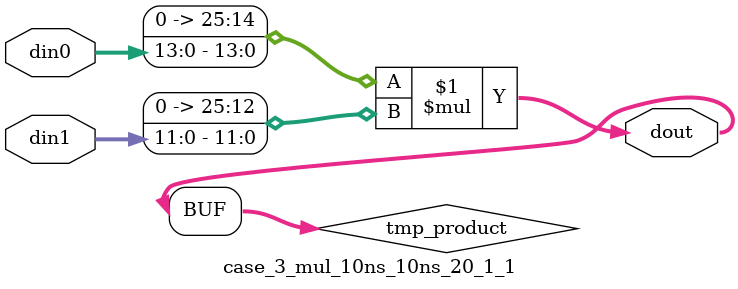
<source format=v>

`timescale 1 ns / 1 ps

 (* use_dsp = "no" *)  module case_3_mul_10ns_10ns_20_1_1(din0, din1, dout);
parameter ID = 1;
parameter NUM_STAGE = 0;
parameter din0_WIDTH = 14;
parameter din1_WIDTH = 12;
parameter dout_WIDTH = 26;

input [din0_WIDTH - 1 : 0] din0; 
input [din1_WIDTH - 1 : 0] din1; 
output [dout_WIDTH - 1 : 0] dout;

wire signed [dout_WIDTH - 1 : 0] tmp_product;
























assign tmp_product = $signed({1'b0, din0}) * $signed({1'b0, din1});











assign dout = tmp_product;





















endmodule

</source>
